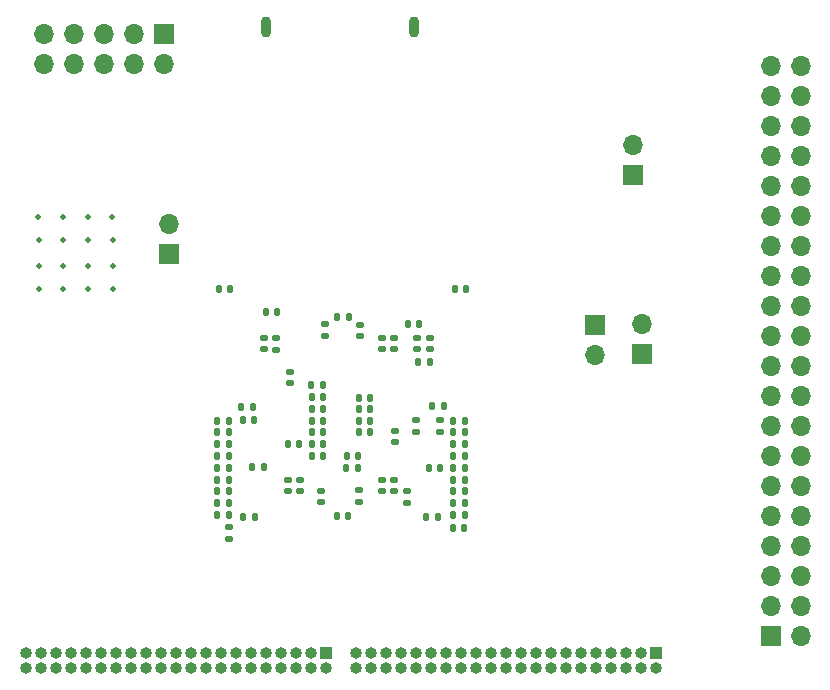
<source format=gbr>
%TF.GenerationSoftware,KiCad,Pcbnew,6.0.10-86aedd382b~118~ubuntu20.04.1*%
%TF.CreationDate,2023-03-05T00:00:34-08:00*%
%TF.ProjectId,ep2c35_trial,65703263-3335-45f7-9472-69616c2e6b69,rev?*%
%TF.SameCoordinates,Original*%
%TF.FileFunction,Soldermask,Bot*%
%TF.FilePolarity,Negative*%
%FSLAX46Y46*%
G04 Gerber Fmt 4.6, Leading zero omitted, Abs format (unit mm)*
G04 Created by KiCad (PCBNEW 6.0.10-86aedd382b~118~ubuntu20.04.1) date 2023-03-05 00:00:34*
%MOMM*%
%LPD*%
G01*
G04 APERTURE LIST*
G04 Aperture macros list*
%AMRoundRect*
0 Rectangle with rounded corners*
0 $1 Rounding radius*
0 $2 $3 $4 $5 $6 $7 $8 $9 X,Y pos of 4 corners*
0 Add a 4 corners polygon primitive as box body*
4,1,4,$2,$3,$4,$5,$6,$7,$8,$9,$2,$3,0*
0 Add four circle primitives for the rounded corners*
1,1,$1+$1,$2,$3*
1,1,$1+$1,$4,$5*
1,1,$1+$1,$6,$7*
1,1,$1+$1,$8,$9*
0 Add four rect primitives between the rounded corners*
20,1,$1+$1,$2,$3,$4,$5,0*
20,1,$1+$1,$4,$5,$6,$7,0*
20,1,$1+$1,$6,$7,$8,$9,0*
20,1,$1+$1,$8,$9,$2,$3,0*%
G04 Aperture macros list end*
%ADD10R,1.700000X1.700000*%
%ADD11O,1.700000X1.700000*%
%ADD12R,1.000000X1.000000*%
%ADD13O,1.000000X1.000000*%
%ADD14C,0.460000*%
%ADD15O,0.900000X1.800000*%
%ADD16RoundRect,0.140000X-0.140000X-0.170000X0.140000X-0.170000X0.140000X0.170000X-0.140000X0.170000X0*%
%ADD17RoundRect,0.135000X0.135000X0.185000X-0.135000X0.185000X-0.135000X-0.185000X0.135000X-0.185000X0*%
%ADD18RoundRect,0.135000X-0.135000X-0.185000X0.135000X-0.185000X0.135000X0.185000X-0.135000X0.185000X0*%
%ADD19RoundRect,0.140000X0.170000X-0.140000X0.170000X0.140000X-0.170000X0.140000X-0.170000X-0.140000X0*%
%ADD20RoundRect,0.140000X0.140000X0.170000X-0.140000X0.170000X-0.140000X-0.170000X0.140000X-0.170000X0*%
%ADD21RoundRect,0.140000X-0.170000X0.140000X-0.170000X-0.140000X0.170000X-0.140000X0.170000X0.140000X0*%
%ADD22RoundRect,0.135000X-0.185000X0.135000X-0.185000X-0.135000X0.185000X-0.135000X0.185000X0.135000X0*%
G04 APERTURE END LIST*
D10*
%TO.C,J6*%
X129950000Y-67925000D03*
D11*
X129950000Y-65385000D03*
%TD*%
D12*
%TO.C,J2*%
X171150000Y-101650000D03*
D13*
X171150000Y-102920000D03*
X169880000Y-101650000D03*
X169880000Y-102920000D03*
X168610000Y-101650000D03*
X168610000Y-102920000D03*
X167340000Y-101650000D03*
X167340000Y-102920000D03*
X166070000Y-101650000D03*
X166070000Y-102920000D03*
X164800000Y-101650000D03*
X164800000Y-102920000D03*
X163530000Y-101650000D03*
X163530000Y-102920000D03*
X162260000Y-101650000D03*
X162260000Y-102920000D03*
X160990000Y-101650000D03*
X160990000Y-102920000D03*
X159720000Y-101650000D03*
X159720000Y-102920000D03*
X158450000Y-101650000D03*
X158450000Y-102920000D03*
X157180000Y-101650000D03*
X157180000Y-102920000D03*
X155910000Y-101650000D03*
X155910000Y-102920000D03*
X154640000Y-101650000D03*
X154640000Y-102920000D03*
X153370000Y-101650000D03*
X153370000Y-102920000D03*
X152100000Y-101650000D03*
X152100000Y-102920000D03*
X150830000Y-101650000D03*
X150830000Y-102920000D03*
X149560000Y-101650000D03*
X149560000Y-102920000D03*
X148290000Y-101650000D03*
X148290000Y-102920000D03*
X147020000Y-101650000D03*
X147020000Y-102920000D03*
X145750000Y-101650000D03*
X145750000Y-102920000D03*
%TD*%
D10*
%TO.C,J9*%
X170000000Y-76400000D03*
D11*
X170000000Y-73860000D03*
%TD*%
D10*
%TO.C,J3*%
X180900000Y-100200000D03*
D11*
X183440000Y-100200000D03*
X180900000Y-97660000D03*
X183440000Y-97660000D03*
X180900000Y-95120000D03*
X183440000Y-95120000D03*
X180900000Y-92580000D03*
X183440000Y-92580000D03*
X180900000Y-90040000D03*
X183440000Y-90040000D03*
X180900000Y-87500000D03*
X183440000Y-87500000D03*
X180900000Y-84960000D03*
X183440000Y-84960000D03*
X180900000Y-82420000D03*
X183440000Y-82420000D03*
X180900000Y-79880000D03*
X183440000Y-79880000D03*
X180900000Y-77340000D03*
X183440000Y-77340000D03*
X180900000Y-74800000D03*
X183440000Y-74800000D03*
X180900000Y-72260000D03*
X183440000Y-72260000D03*
X180900000Y-69720000D03*
X183440000Y-69720000D03*
X180900000Y-67180000D03*
X183440000Y-67180000D03*
X180900000Y-64640000D03*
X183440000Y-64640000D03*
X180900000Y-62100000D03*
X183440000Y-62100000D03*
X180900000Y-59560000D03*
X183440000Y-59560000D03*
X180900000Y-57020000D03*
X183440000Y-57020000D03*
X180900000Y-54480000D03*
X183440000Y-54480000D03*
X180900000Y-51940000D03*
X183440000Y-51940000D03*
%TD*%
D10*
%TO.C,J5*%
X129500000Y-49300000D03*
D11*
X129500000Y-51840000D03*
X126960000Y-49300000D03*
X126960000Y-51840000D03*
X124420000Y-49300000D03*
X124420000Y-51840000D03*
X121880000Y-49300000D03*
X121880000Y-51840000D03*
X119340000Y-49300000D03*
X119340000Y-51840000D03*
%TD*%
D12*
%TO.C,J1*%
X143210000Y-101650000D03*
D13*
X143210000Y-102920000D03*
X141940000Y-101650000D03*
X141940000Y-102920000D03*
X140670000Y-101650000D03*
X140670000Y-102920000D03*
X139400000Y-101650000D03*
X139400000Y-102920000D03*
X138130000Y-101650000D03*
X138130000Y-102920000D03*
X136860000Y-101650000D03*
X136860000Y-102920000D03*
X135590000Y-101650000D03*
X135590000Y-102920000D03*
X134320000Y-101650000D03*
X134320000Y-102920000D03*
X133050000Y-101650000D03*
X133050000Y-102920000D03*
X131780000Y-101650000D03*
X131780000Y-102920000D03*
X130510000Y-101650000D03*
X130510000Y-102920000D03*
X129240000Y-101650000D03*
X129240000Y-102920000D03*
X127970000Y-101650000D03*
X127970000Y-102920000D03*
X126700000Y-101650000D03*
X126700000Y-102920000D03*
X125430000Y-101650000D03*
X125430000Y-102920000D03*
X124160000Y-101650000D03*
X124160000Y-102920000D03*
X122890000Y-101650000D03*
X122890000Y-102920000D03*
X121620000Y-101650000D03*
X121620000Y-102920000D03*
X120350000Y-101650000D03*
X120350000Y-102920000D03*
X119080000Y-101650000D03*
X119080000Y-102920000D03*
X117810000Y-101650000D03*
X117810000Y-102920000D03*
%TD*%
D14*
%TO.C,U2*%
X118850000Y-64783750D03*
X118900000Y-68883750D03*
X120950000Y-64783750D03*
X123100000Y-68883750D03*
X125150000Y-64783750D03*
X123100000Y-70833750D03*
X123050000Y-64783750D03*
X125200000Y-68883750D03*
X121000000Y-68883750D03*
X125200000Y-70833750D03*
X125200000Y-66733750D03*
X121000000Y-66733750D03*
X123100000Y-66733750D03*
X118900000Y-66733750D03*
X121000000Y-70833750D03*
X118900000Y-70833750D03*
%TD*%
D10*
%TO.C,J8*%
X166000000Y-73900000D03*
D11*
X166000000Y-76440000D03*
%TD*%
D15*
%TO.C,J4*%
X150725000Y-48650000D03*
X138175000Y-48650000D03*
%TD*%
D10*
%TO.C,J7*%
X169200000Y-61230000D03*
D11*
X169200000Y-58690000D03*
%TD*%
D16*
%TO.C,C67*%
X154150000Y-70850000D03*
X155110000Y-70850000D03*
%TD*%
D17*
%TO.C,R24*%
X135020000Y-87000000D03*
X134000000Y-87000000D03*
%TD*%
%TO.C,R23*%
X135020000Y-88000000D03*
X134000000Y-88000000D03*
%TD*%
%TO.C,R30*%
X135000000Y-82000000D03*
X133980000Y-82000000D03*
%TD*%
D18*
%TO.C,R14*%
X153980000Y-86000000D03*
X155000000Y-86000000D03*
%TD*%
D19*
%TO.C,C70*%
X140150000Y-78850000D03*
X140150000Y-77890000D03*
%TD*%
D18*
%TO.C,R12*%
X153980000Y-84000000D03*
X155000000Y-84000000D03*
%TD*%
D20*
%TO.C,C46*%
X147000000Y-82000000D03*
X146040000Y-82000000D03*
%TD*%
D21*
%TO.C,C58*%
X146050000Y-87920000D03*
X146050000Y-88880000D03*
%TD*%
D20*
%TO.C,C68*%
X153200000Y-80800000D03*
X152240000Y-80800000D03*
%TD*%
D17*
%TO.C,R26*%
X135020000Y-85000000D03*
X134000000Y-85000000D03*
%TD*%
D20*
%TO.C,C39*%
X142970000Y-84000000D03*
X142010000Y-84000000D03*
%TD*%
%TO.C,C43*%
X142970000Y-85000000D03*
X142010000Y-85000000D03*
%TD*%
D16*
%TO.C,C57*%
X140000000Y-84000000D03*
X140960000Y-84000000D03*
%TD*%
D20*
%TO.C,C66*%
X139110000Y-72850000D03*
X138150000Y-72850000D03*
%TD*%
D18*
%TO.C,R20*%
X153980000Y-82000000D03*
X155000000Y-82000000D03*
%TD*%
D17*
%TO.C,R22*%
X135020000Y-89000000D03*
X134000000Y-89000000D03*
%TD*%
%TO.C,R28*%
X135020000Y-83000000D03*
X134000000Y-83000000D03*
%TD*%
%TO.C,R27*%
X135000000Y-84000000D03*
X133980000Y-84000000D03*
%TD*%
D21*
%TO.C,C31*%
X139000000Y-75040000D03*
X139000000Y-76000000D03*
%TD*%
D16*
%TO.C,C37*%
X142010000Y-81000000D03*
X142970000Y-81000000D03*
%TD*%
D20*
%TO.C,C62*%
X152000000Y-77000000D03*
X151040000Y-77000000D03*
%TD*%
%TO.C,C60*%
X135100000Y-70850000D03*
X134140000Y-70850000D03*
%TD*%
D19*
%TO.C,C50*%
X135000000Y-92000000D03*
X135000000Y-91040000D03*
%TD*%
D16*
%TO.C,C42*%
X142010000Y-82000000D03*
X142970000Y-82000000D03*
%TD*%
%TO.C,C61*%
X150190000Y-73800000D03*
X151150000Y-73800000D03*
%TD*%
D19*
%TO.C,C1*%
X149000000Y-75960000D03*
X149000000Y-75000000D03*
%TD*%
D20*
%TO.C,C45*%
X147000000Y-81000000D03*
X146040000Y-81000000D03*
%TD*%
%TO.C,C44*%
X147000000Y-80050000D03*
X146040000Y-80050000D03*
%TD*%
D21*
%TO.C,C36*%
X140000000Y-87000000D03*
X140000000Y-87960000D03*
%TD*%
D16*
%TO.C,C54*%
X137000000Y-85950000D03*
X137960000Y-85950000D03*
%TD*%
D19*
%TO.C,C59*%
X149050000Y-83850000D03*
X149050000Y-82890000D03*
%TD*%
D18*
%TO.C,R18*%
X153980000Y-90000000D03*
X155000000Y-90000000D03*
%TD*%
D21*
%TO.C,C55*%
X142850000Y-87950000D03*
X142850000Y-88910000D03*
%TD*%
D19*
%TO.C,C63*%
X143150000Y-74810000D03*
X143150000Y-73850000D03*
%TD*%
%TO.C,C64*%
X146150000Y-74830000D03*
X146150000Y-73870000D03*
%TD*%
D21*
%TO.C,C33*%
X148000000Y-87000000D03*
X148000000Y-87960000D03*
%TD*%
D16*
%TO.C,C53*%
X151920000Y-86000000D03*
X152880000Y-86000000D03*
%TD*%
D20*
%TO.C,C51*%
X154950000Y-91100000D03*
X153990000Y-91100000D03*
%TD*%
D19*
%TO.C,C2*%
X148000000Y-75950000D03*
X148000000Y-74990000D03*
%TD*%
D17*
%TO.C,R21*%
X135000000Y-90000000D03*
X133980000Y-90000000D03*
%TD*%
D16*
%TO.C,C40*%
X142020000Y-80000000D03*
X142980000Y-80000000D03*
%TD*%
D21*
%TO.C,C34*%
X149000000Y-87000000D03*
X149000000Y-87960000D03*
%TD*%
D18*
%TO.C,R17*%
X153980000Y-89000000D03*
X155000000Y-89000000D03*
%TD*%
%TO.C,R16*%
X153980000Y-88000000D03*
X155000000Y-88000000D03*
%TD*%
D22*
%TO.C,R5*%
X152850000Y-81980000D03*
X152850000Y-83000000D03*
%TD*%
D16*
%TO.C,C49*%
X144970000Y-86000000D03*
X145930000Y-86000000D03*
%TD*%
D18*
%TO.C,R11*%
X153980000Y-83000000D03*
X155000000Y-83000000D03*
%TD*%
D22*
%TO.C,R6*%
X150850000Y-81980000D03*
X150850000Y-83000000D03*
%TD*%
D18*
%TO.C,R2*%
X136000000Y-80850000D03*
X137020000Y-80850000D03*
%TD*%
D21*
%TO.C,C35*%
X141050000Y-87020000D03*
X141050000Y-87980000D03*
%TD*%
D19*
%TO.C,C3*%
X150900000Y-75960000D03*
X150900000Y-75000000D03*
%TD*%
D18*
%TO.C,R15*%
X153980000Y-87000000D03*
X155000000Y-87000000D03*
%TD*%
D16*
%TO.C,C69*%
X144150000Y-90100000D03*
X145110000Y-90100000D03*
%TD*%
D20*
%TO.C,C38*%
X142960000Y-79000000D03*
X142000000Y-79000000D03*
%TD*%
D19*
%TO.C,C4*%
X152000000Y-75960000D03*
X152000000Y-75000000D03*
%TD*%
D16*
%TO.C,C65*%
X144200000Y-73200000D03*
X145160000Y-73200000D03*
%TD*%
%TO.C,C56*%
X136190000Y-81950000D03*
X137150000Y-81950000D03*
%TD*%
D17*
%TO.C,R25*%
X135020000Y-86000000D03*
X134000000Y-86000000D03*
%TD*%
D18*
%TO.C,R19*%
X151730000Y-90200000D03*
X152750000Y-90200000D03*
%TD*%
D16*
%TO.C,C48*%
X145000000Y-85000000D03*
X145960000Y-85000000D03*
%TD*%
D18*
%TO.C,R13*%
X153980000Y-85000000D03*
X155000000Y-85000000D03*
%TD*%
D21*
%TO.C,C32*%
X138000000Y-75000000D03*
X138000000Y-75960000D03*
%TD*%
D20*
%TO.C,C47*%
X147000000Y-83000000D03*
X146040000Y-83000000D03*
%TD*%
D17*
%TO.C,R29*%
X137250000Y-90200000D03*
X136230000Y-90200000D03*
%TD*%
D19*
%TO.C,C52*%
X150100000Y-88960000D03*
X150100000Y-88000000D03*
%TD*%
D16*
%TO.C,C41*%
X142010000Y-83000000D03*
X142970000Y-83000000D03*
%TD*%
M02*

</source>
